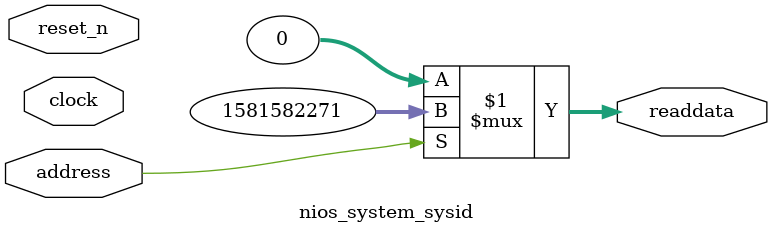
<source format=v>

`timescale 1ns / 1ps
// synthesis translate_on

// turn off superfluous verilog processor warnings 
// altera message_level Level1 
// altera message_off 10034 10035 10036 10037 10230 10240 10030 

module nios_system_sysid (
               // inputs:
                address,
                clock,
                reset_n,

               // outputs:
                readdata
             )
;

  output  [ 31: 0] readdata;
  input            address;
  input            clock;
  input            reset_n;

  wire    [ 31: 0] readdata;
  //control_slave, which is an e_avalon_slave
  assign readdata = address ? 1581582271 : 0;

endmodule




</source>
